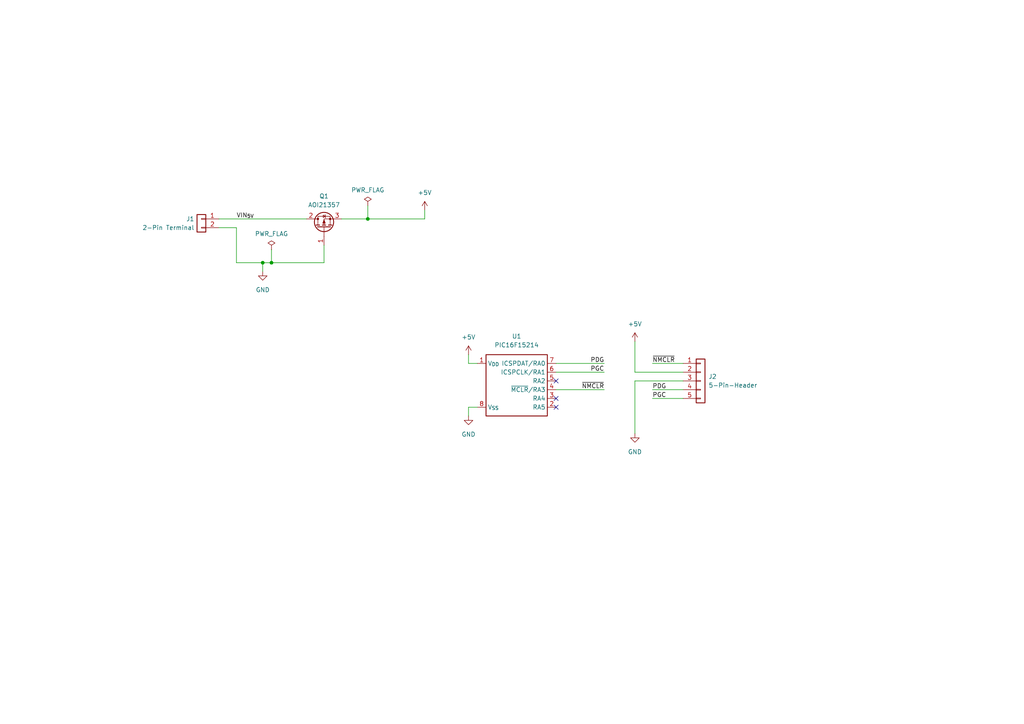
<source format=kicad_sch>
(kicad_sch (version 20230121) (generator eeschema)
  (paper "A4")
  (title_block (title "PIC Program/Debug Adapter") (rev "1.0-A"))
  (lib_symbols
    (symbol "Schematic Symbols:2-Pin Terminal" (pin_names (offset 1.016) hide)
      (property "Reference" "J" (at 0 2.54 0))
      (property "Value" "2-Pin Terminal" (at 0 -5.08 0))
      (symbol "2-Pin Terminal_1_1"
        (rectangle (start -1.27 -2.413) (end 0 -2.667) (stroke (width 0.1524)))
        (rectangle (start -1.27 0.127) (end 0 -0.127) (stroke (width 0.1524)))
        (rectangle (start -1.27 1.27) (end 1.27 -3.81) (stroke (width 0.254)))
        (pin passive line (at -5.08 0 0) (length 3.81) (name "Pin_1") (number "1"))
        (pin passive line (at -5.08 -2.54 0) (length 3.81) (name "Pin_2") (number "2"))
      )
    )
    (symbol "Schematic Symbols:5-Pin-Header" (pin_names (offset 1.016) hide)
      (property "Reference" "J" (at 0 7.62 0))
      (property "Value" "5-Pin-Header" (at 0 -7.62 0))
      (symbol "5-Pin-Header_1_1"
        (rectangle (start -1.27 -4.953) (end 0 -5.207) (stroke (width 0.1524)))
        (rectangle (start -1.27 -2.413) (end 0 -2.667) (stroke (width 0.1524)))
        (rectangle (start -1.27 0.127) (end 0 -0.127) (stroke (width 0.1524)))
        (rectangle (start -1.27 2.667) (end 0 2.413) (stroke (width 0.1524)))
        (rectangle (start -1.27 5.207) (end 0 4.953) (stroke (width 0.1524)))
        (rectangle (start -1.27 6.35) (end 1.27 -6.35) (stroke (width 0.254)))
        (pin passive line (at -5.08 5.08 0) (length 3.81) (name "Pin_1") (number "1"))
        (pin passive line (at -5.08 2.54 0) (length 3.81) (name "Pin_2") (number "2"))
        (pin passive line (at -5.08 0 0) (length 3.81) (name "Pin_3") (number "3"))
        (pin passive line (at -5.08 -2.54 0) (length 3.81) (name "Pin_4") (number "4"))
        (pin passive line (at -5.08 -5.08 0) (length 3.81) (name "Pin_5") (number "5"))
      )
    )
    (symbol "Schematic Symbols:AOI21357" (pin_names (offset 0) hide)
      (property "Reference" "Q" (at 5.08 1.27 0))
      (property "Value" "AOI21357" (at 5.08 -1.27 0))
      (symbol "AOI21357_0_1"
        (polyline (pts (xy 0.254 0) (xy -2.54 0)))
        (polyline (pts (xy 0.254 1.905) (xy 0.254 -1.905)) (stroke (width 0.254)))
        (polyline (pts (xy 0.762 -1.27) (xy 0.762 -2.286)) (stroke (width 0.254)))
        (polyline (pts (xy 0.762 0.508) (xy 0.762 -0.508)) (stroke (width 0.254)))
        (polyline (pts (xy 0.762 2.286) (xy 0.762 1.27)) (stroke (width 0.254)))
        (polyline (pts (xy 2.54 2.54) (xy 2.54 1.778)))
        (polyline (pts (xy 2.54 -2.54) (xy 2.54 0) (xy 0.762 0)))
        (polyline (pts (xy 0.762 1.778) (xy 3.302 1.778) (xy 3.302 -1.778) (xy 0.762 -1.778)))
        (polyline (pts (xy 2.286 0) (xy 1.27 0.381) (xy 1.27 -0.381) (xy 2.286 0)) (fill (type outline)))
        (polyline (pts (xy 2.794 -0.508) (xy 2.921 -0.381) (xy 3.683 -0.381) (xy 3.81 -0.254)))
        (polyline (pts (xy 3.302 -0.381) (xy 2.921 0.254) (xy 3.683 0.254) (xy 3.302 -0.381)))
        (circle (center 1.651 0) (radius 2.794) (stroke (width 0.254)))
        (circle (center 2.54 -1.778) (radius 0.254) (fill (type outline)))
        (circle (center 2.54 1.778) (radius 0.254) (fill (type outline)))
      )
      (symbol "AOI21357_1_1"
        (pin input line (at -5.08 0 0) (length 2.54) (name "G") (number "1"))
        (pin passive line (at 2.54 5.08 270) (length 2.54) (name "D") (number "2"))
        (pin passive line (at 2.54 -5.08 90) (length 2.54) (name "S") (number "3"))
      )
    )
    (symbol "Schematic Symbols:PIC16F15214"
      (property "Reference" "U" (at -8.89 10.16 0))
      (property "Value" "PIC16F15214" (at 0 -10.16 0))
      (symbol "PIC16F15214_0_1"
        (rectangle (start -8.89 8.89) (end 8.89 -8.89) (stroke (width 0.254)))
      )
      (symbol "PIC16F15214_1_1"
        (pin power_in line (at -11.43 6.35 0) (length 2.54) (name "V_{DD}") (number "1"))
        (pin bidirectional line (at 11.43 -6.35 180) (length 2.54) (name "RA5") (number "2"))
        (pin bidirectional line (at 11.43 -3.81 180) (length 2.54) (name "RA4") (number "3"))
        (pin bidirectional line (at 11.43 -1.27 180) (length 2.54) (name "~{MCLR}/RA3") (number "4"))
        (pin bidirectional line (at 11.43 1.27 180) (length 2.54) (name "RA2") (number "5"))
        (pin bidirectional line (at 11.43 3.81 180) (length 2.54) (name "ICSPCLK/RA1") (number "6"))
        (pin bidirectional line (at 11.43 6.35 180) (length 2.54) (name "ICSPDAT/RA0") (number "7"))
        (pin power_in line (at -11.43 -6.35 0) (length 2.54) (name "V_{SS}") (number "8"))
      )
    )
    (symbol "power:+5V" (power) (pin_names (offset 0))
      (property "Value" "+5V" (at 0 3.556 0))
      (symbol "+5V_0_1"
        (polyline (pts (xy -0.762 1.27) (xy 0 2.54)))
        (polyline (pts (xy 0 0) (xy 0 2.54)))
        (polyline (pts (xy 0 2.54) (xy 0.762 1.27)))
      )
      (symbol "+5V_1_1"
        (pin power_in line (at 0 0 90) (length 0) hide (name "+5V") (number "1"))
      )
    )
    (symbol "power:GND" (power) (pin_names (offset 0))
      (property "Value" "GND" (at 0 -3.81 0))
      (symbol "GND_0_1"
        (polyline (pts (xy 0 0) (xy 0 -1.27) (xy 1.27 -1.27) (xy 0 -2.54) (xy -1.27 -1.27) (xy 0 -1.27)))
      )
      (symbol "GND_1_1"
        (pin power_in line (at 0 0 270) (length 0) hide (name "GND") (number "1"))
      )
    )
    (symbol "power:PWR_FLAG" (power) (pin_numbers hide) (pin_names (offset 0) hide)
      (property "Value" "PWR_FLAG" (at 0 3.81 0))
      (symbol "PWR_FLAG_0_0"
        (pin power_out line (at 0 0 90) (length 0) (name "pwr") (number "1"))
      )
      (symbol "PWR_FLAG_0_1"
        (polyline (pts (xy 0 0) (xy 0 1.27) (xy -1.016 1.905) (xy 0 2.54) (xy 1.016 1.905) (xy 0 1.27)))
      )
    )
  )
  (junction (at 106.68 63.5))
  (junction (at 76.2 76.2))
  (junction (at 78.74 76.2))
  (no_connect (at 161.29 115.57))
  (no_connect (at 161.29 110.49))
  (no_connect (at 161.29 118.11))
  (wire (pts (xy 189.23 115.57) (xy 198.12 115.57)))
  (wire (pts (xy 198.12 107.95) (xy 184.15 107.95)))
  (wire (pts (xy 161.29 113.03) (xy 175.26 113.03)))
  (wire (pts (xy 184.15 110.49) (xy 184.15 125.73)))
  (wire (pts (xy 189.23 113.03) (xy 198.12 113.03)))
  (wire (pts (xy 63.5 63.5) (xy 88.9 63.5)))
  (wire (pts (xy 161.29 105.41) (xy 175.26 105.41)))
  (wire (pts (xy 106.68 59.69) (xy 106.68 63.5)))
  (wire (pts (xy 106.68 63.5) (xy 123.19 63.5)))
  (wire (pts (xy 184.15 107.95) (xy 184.15 99.06)))
  (wire (pts (xy 78.74 76.2) (xy 76.2 76.2)))
  (wire (pts (xy 68.58 66.04) (xy 68.58 76.2)))
  (wire (pts (xy 68.58 76.2) (xy 76.2 76.2)))
  (wire (pts (xy 123.19 60.96) (xy 123.19 63.5)))
  (wire (pts (xy 138.43 105.41) (xy 135.89 105.41)))
  (wire (pts (xy 198.12 110.49) (xy 184.15 110.49)))
  (wire (pts (xy 135.89 118.11) (xy 135.89 120.65)))
  (wire (pts (xy 99.06 63.5) (xy 106.68 63.5)))
  (wire (pts (xy 93.98 76.2) (xy 78.74 76.2)))
  (wire (pts (xy 161.29 107.95) (xy 175.26 107.95)))
  (wire (pts (xy 93.98 71.12) (xy 93.98 76.2)))
  (wire (pts (xy 63.5 66.04) (xy 68.58 66.04)))
  (wire (pts (xy 189.23 105.41) (xy 198.12 105.41)))
  (wire (pts (xy 78.74 72.39) (xy 78.74 76.2)))
  (wire (pts (xy 76.2 76.2) (xy 76.2 78.74)))
  (wire (pts (xy 135.89 105.41) (xy 135.89 102.87)))
  (wire (pts (xy 138.43 118.11) (xy 135.89 118.11)))
  (label "PGC" (at 175.26 107.95 180))
  (label "~{NMCLR}" (at 175.26 113.03 180))
  (label "PDG" (at 175.26 105.41 180))
  (label "VIN_{5V}" (at 68.58 63.5 0))
  (label "PDG" (at 189.23 113.03 0))
  (label "~{NMCLR}" (at 189.23 105.41 0))
  (label "PGC" (at 189.23 115.57 0))
  (symbol (lib_id "power:+5V") (at 135.89 102.87 0) (unit 1)
    (property "Reference" "#PWR06" (effects hide))
    (property "Value" "+5V" (at 135.89 97.79 0))
  )
  (symbol (lib_id "power:+5V") (at 184.15 99.06 0) (unit 1)
    (property "Reference" "#PWR01" (effects hide))
    (property "Value" "+5V" (at 184.15 93.98 0))
  )
  (symbol (lib_id "Schematic Symbols:5-Pin-Header") (at 203.2 110.49 0) (unit 1)
    (property "Reference" "J2" (at 205.486 109.22 0) (effects (justify left)))
    (property "Value" "5-Pin-Header" (at 205.486 111.76 0) (effects (justify left)))
    (property "Footprint" "Footprints:5-Pin-Header" (effects hide))
  )
  (symbol (lib_id "Schematic Symbols:PIC16F15214") (at 149.86 111.76 0) (unit 1)
    (property "Reference" "U1" (at 149.86 97.536 0))
    (property "Value" "PIC16F15214" (at 149.86 100.076 0))
    (property "Footprint" "Footprints:DIP-8_W7.62mm_Socket_Wire_Wrap" (effects hide))
    (property "Datasheet" "https://ww1.microchip.com/downloads/en/DeviceDoc/PIC16F15213-14-23-24-43-44-Data-Sheet-DS40002195B.pdf" (effects hide))
  )
  (symbol (lib_id "Schematic Symbols:2-Pin Terminal") (at 58.42 63.5 0) (mirror y) (unit 1)
    (property "Reference" "J1" (at 56.388 63.5 0) (effects (justify left)))
    (property "Value" "2-Pin Terminal" (at 56.388 66.04 0) (effects (justify left)))
    (property "Footprint" "Footprints:Wurth 2 Pin Screwless Entry Wire to Board Connector" (effects hide))
    (property "Datasheet" "https://www.we-online.com/components/products/datasheet/6914039000xxB.pdf" (effects hide))
  )
  (symbol (lib_id "power:PWR_FLAG") (at 78.74 72.39 0) (unit 1)
    (property "Reference" "#FLG01" (effects hide))
    (property "Value" "PWR_FLAG" (at 78.74 67.818 0))
  )
  (symbol (lib_id "Schematic Symbols:AOI21357") (at 93.98 66.04 90) (unit 1)
    (property "Reference" "Q1" (at 93.98 56.896 90))
    (property "Value" "AOI21357" (at 93.98 59.436 90))
    (property "Footprint" "Footprints:AOI21357" (effects hide))
    (property "Datasheet" "https://aosmd.com/res/data_sheets/AOI21357.pdf" (effects hide))
  )
  (symbol (lib_id "power:GND") (at 135.89 120.65 0) (unit 1)
    (property "Reference" "#PWR07" (effects hide))
    (property "Value" "GND" (at 135.89 125.984 0))
  )
  (symbol (lib_id "power:+5V") (at 123.19 60.96 0) (unit 1)
    (property "Reference" "#PWR05" (effects hide))
    (property "Value" "+5V" (at 123.19 55.88 0))
  )
  (symbol (lib_id "power:GND") (at 76.2 78.74 0) (unit 1)
    (property "Reference" "#PWR04" (effects hide))
    (property "Value" "GND" (at 76.2 84.074 0))
  )
  (symbol (lib_id "power:GND") (at 184.15 125.73 0) (unit 1)
    (property "Reference" "#PWR02" (effects hide))
    (property "Value" "GND" (at 184.15 131.064 0))
  )
  (symbol (lib_id "power:PWR_FLAG") (at 106.68 59.69 0) (unit 1)
    (property "Reference" "#FLG02" (effects hide))
    (property "Value" "PWR_FLAG" (at 106.68 55.118 0))
  )
)
</source>
